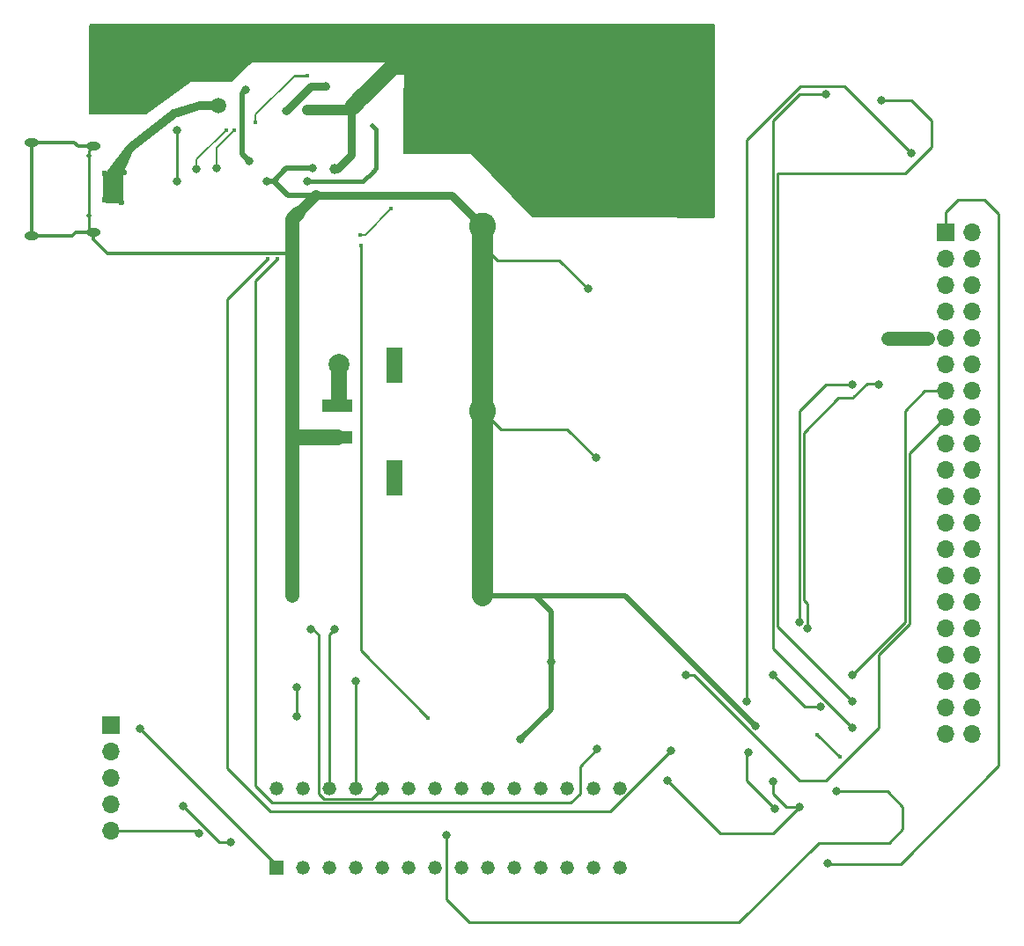
<source format=gbl>
G04 #@! TF.GenerationSoftware,KiCad,Pcbnew,(6.0.2)*
G04 #@! TF.CreationDate,2022-05-04T12:59:17-06:00*
G04 #@! TF.ProjectId,master_schematic,6d617374-6572-45f7-9363-68656d617469,rev?*
G04 #@! TF.SameCoordinates,Original*
G04 #@! TF.FileFunction,Copper,L2,Bot*
G04 #@! TF.FilePolarity,Positive*
%FSLAX46Y46*%
G04 Gerber Fmt 4.6, Leading zero omitted, Abs format (unit mm)*
G04 Created by KiCad (PCBNEW (6.0.2)) date 2022-05-04 12:59:17*
%MOMM*%
%LPD*%
G01*
G04 APERTURE LIST*
G04 #@! TA.AperFunction,ComponentPad*
%ADD10O,1.400000X0.800000*%
G04 #@! TD*
G04 #@! TA.AperFunction,ComponentPad*
%ADD11R,1.700000X1.700000*%
G04 #@! TD*
G04 #@! TA.AperFunction,ComponentPad*
%ADD12O,1.700000X1.700000*%
G04 #@! TD*
G04 #@! TA.AperFunction,ComponentPad*
%ADD13R,1.320800X1.320800*%
G04 #@! TD*
G04 #@! TA.AperFunction,ComponentPad*
%ADD14C,1.320800*%
G04 #@! TD*
G04 #@! TA.AperFunction,SMDPad,CuDef*
%ADD15R,2.919999X1.270000*%
G04 #@! TD*
G04 #@! TA.AperFunction,SMDPad,CuDef*
%ADD16R,1.650000X3.430001*%
G04 #@! TD*
G04 #@! TA.AperFunction,ViaPad*
%ADD17C,0.800000*%
G04 #@! TD*
G04 #@! TA.AperFunction,ViaPad*
%ADD18C,1.100000*%
G04 #@! TD*
G04 #@! TA.AperFunction,ViaPad*
%ADD19C,0.500000*%
G04 #@! TD*
G04 #@! TA.AperFunction,ViaPad*
%ADD20C,2.600000*%
G04 #@! TD*
G04 #@! TA.AperFunction,ViaPad*
%ADD21C,0.400000*%
G04 #@! TD*
G04 #@! TA.AperFunction,ViaPad*
%ADD22C,0.600000*%
G04 #@! TD*
G04 #@! TA.AperFunction,ViaPad*
%ADD23C,1.500000*%
G04 #@! TD*
G04 #@! TA.AperFunction,ViaPad*
%ADD24C,1.000000*%
G04 #@! TD*
G04 #@! TA.AperFunction,ViaPad*
%ADD25C,2.000000*%
G04 #@! TD*
G04 #@! TA.AperFunction,Conductor*
%ADD26C,0.300000*%
G04 #@! TD*
G04 #@! TA.AperFunction,Conductor*
%ADD27C,0.500000*%
G04 #@! TD*
G04 #@! TA.AperFunction,Conductor*
%ADD28C,0.250000*%
G04 #@! TD*
G04 #@! TA.AperFunction,Conductor*
%ADD29C,1.367030*%
G04 #@! TD*
G04 #@! TA.AperFunction,Conductor*
%ADD30C,0.781437*%
G04 #@! TD*
G04 #@! TA.AperFunction,Conductor*
%ADD31C,2.032860*%
G04 #@! TD*
G04 #@! TA.AperFunction,Conductor*
%ADD32C,1.000000*%
G04 #@! TD*
G04 #@! TA.AperFunction,Conductor*
%ADD33C,1.500000*%
G04 #@! TD*
G04 #@! TA.AperFunction,Conductor*
%ADD34C,0.800000*%
G04 #@! TD*
G04 #@! TA.AperFunction,Conductor*
%ADD35C,1.600000*%
G04 #@! TD*
G04 #@! TA.AperFunction,Conductor*
%ADD36C,0.400000*%
G04 #@! TD*
G04 #@! TA.AperFunction,Conductor*
%ADD37C,0.200000*%
G04 #@! TD*
G04 #@! TA.AperFunction,Conductor*
%ADD38C,0.180000*%
G04 #@! TD*
G04 #@! TA.AperFunction,Conductor*
%ADD39C,0.220000*%
G04 #@! TD*
G04 APERTURE END LIST*
D10*
X40492400Y-68154000D03*
X46442400Y-76774000D03*
X40492400Y-77134000D03*
X46442400Y-68514000D03*
D11*
X128362000Y-76825000D03*
D12*
X130902000Y-76825000D03*
X128362000Y-79365000D03*
X130902000Y-79365000D03*
X128362000Y-81905000D03*
X130902000Y-81905000D03*
X128362000Y-84445000D03*
X130902000Y-84445000D03*
X128362000Y-86985000D03*
X130902000Y-86985000D03*
X128362000Y-89525000D03*
X130902000Y-89525000D03*
X128362000Y-92065000D03*
X130902000Y-92065000D03*
X128362000Y-94605000D03*
X130902000Y-94605000D03*
X128362000Y-97145000D03*
X130902000Y-97145000D03*
X128362000Y-99685000D03*
X130902000Y-99685000D03*
X128362000Y-102225000D03*
X130902000Y-102225000D03*
X128362000Y-104765000D03*
X130902000Y-104765000D03*
X128362000Y-107305000D03*
X130902000Y-107305000D03*
X128362000Y-109845000D03*
X130902000Y-109845000D03*
X128362000Y-112385000D03*
X130902000Y-112385000D03*
X128362000Y-114925000D03*
X130902000Y-114925000D03*
X128362000Y-117465000D03*
X130902000Y-117465000D03*
X128362000Y-120005000D03*
X130902000Y-120005000D03*
X128362000Y-122545000D03*
X130902000Y-122545000D03*
X128362000Y-125085000D03*
X130902000Y-125085000D03*
D13*
X64008000Y-137922000D03*
D14*
X66548000Y-137922000D03*
X69088000Y-137922000D03*
X71628000Y-137922000D03*
X74168000Y-137922000D03*
X76708000Y-137922000D03*
X79248000Y-137922000D03*
X81788000Y-137922000D03*
X84328000Y-137922000D03*
X86868000Y-137922000D03*
X89408000Y-137922000D03*
X91948000Y-137922000D03*
X94488000Y-137922000D03*
X97028000Y-137922000D03*
X97028000Y-130302000D03*
X94488000Y-130302000D03*
X91948000Y-130302000D03*
X89408000Y-130302000D03*
X86868000Y-130302000D03*
X84328000Y-130302000D03*
X81788000Y-130302000D03*
X79248000Y-130302000D03*
X76708000Y-130302000D03*
X74168000Y-130302000D03*
X71628000Y-130302000D03*
X69088000Y-130302000D03*
X66548000Y-130302000D03*
X64008000Y-130302000D03*
D11*
X48088000Y-124236800D03*
D12*
X48088000Y-126776800D03*
X48088000Y-129316800D03*
X48088000Y-131856800D03*
X48088000Y-134396800D03*
D15*
X69880000Y-96500000D03*
X69880000Y-93500000D03*
D16*
X75350012Y-100385006D03*
X75350012Y-89614994D03*
D17*
X94750000Y-98500000D03*
D18*
X122850000Y-87040000D03*
D17*
X61060000Y-63050000D03*
D19*
X45970000Y-69430000D03*
D17*
X90460000Y-118130000D03*
D20*
X83820000Y-76200000D03*
D17*
X61380000Y-69980000D03*
D21*
X65550000Y-82475000D03*
X65575000Y-78700000D03*
D17*
X65540000Y-111760000D03*
D20*
X83820000Y-93980000D03*
D17*
X110094549Y-124309951D03*
X63120000Y-71880000D03*
D19*
X45980000Y-75160000D03*
D18*
X83820000Y-111760000D03*
D21*
X65557400Y-81407000D03*
D17*
X94000000Y-82250000D03*
X67840000Y-73240000D03*
X67540000Y-70612000D03*
D18*
X126690000Y-87040000D03*
D17*
X87490000Y-125600000D03*
X109385100Y-126834900D03*
X109220000Y-121920000D03*
X125069600Y-69189600D03*
X111955458Y-132275458D03*
D22*
X49352200Y-71043800D03*
D23*
X58470800Y-64617600D03*
D22*
X47498000Y-73660000D03*
X49098200Y-73888600D03*
X47498000Y-71170800D03*
D17*
X68351400Y-65049400D03*
X70104000Y-65024000D03*
D24*
X69620000Y-70740000D03*
D17*
X66954400Y-65024000D03*
D19*
X73280000Y-66560000D03*
D21*
X75075000Y-74525000D03*
D17*
X67005200Y-71882000D03*
D21*
X73307500Y-70932500D03*
X72075000Y-77039299D03*
D25*
X70025000Y-89475000D03*
D21*
X66960000Y-61760000D03*
X62026800Y-66243200D03*
D17*
X68810000Y-62720000D03*
X64922400Y-65125600D03*
X54457600Y-71932800D03*
X54457600Y-66954400D03*
X117050000Y-137550000D03*
X116327701Y-122432299D03*
X119380000Y-119380000D03*
X111760000Y-119380000D03*
X103403400Y-119380000D03*
X50901600Y-124561600D03*
X55041800Y-131978400D03*
X59660000Y-135490000D03*
X56604500Y-134619211D03*
X114300000Y-114300000D03*
X119380000Y-91440000D03*
X115082971Y-114921258D03*
X121920000Y-91440000D03*
X119380000Y-124460000D03*
X116840000Y-63500000D03*
X119380000Y-121920000D03*
X122174000Y-64109600D03*
D21*
X116001800Y-125120400D03*
X118186200Y-127304800D03*
X59182000Y-66954400D03*
D17*
X56340000Y-70690000D03*
D21*
X59969400Y-67005200D03*
D17*
X58270000Y-70640000D03*
X67350000Y-114950000D03*
X65938400Y-123342400D03*
X65938400Y-120548400D03*
X71650000Y-119990000D03*
X69600000Y-114960000D03*
X117881400Y-130581400D03*
X80400000Y-134800000D03*
D21*
X72125000Y-78100000D03*
X78625000Y-123550000D03*
X63150000Y-79375000D03*
D17*
X101925000Y-126675000D03*
X94875000Y-126525000D03*
X101600000Y-129540000D03*
X114300000Y-132080000D03*
X111825000Y-129675000D03*
D21*
X64125000Y-79375000D03*
D26*
X46442400Y-77517400D02*
X47740000Y-78815000D01*
X40492400Y-77134000D02*
X44405000Y-77134000D01*
D27*
X97544598Y-111760000D02*
X88930000Y-111760000D01*
D26*
X44405000Y-77134000D02*
X44765000Y-76774000D01*
D27*
X110094549Y-124309951D02*
X102112299Y-116327701D01*
X65125600Y-73253600D02*
X67826400Y-73253600D01*
D28*
X45980000Y-76311600D02*
X46442400Y-76774000D01*
X45980000Y-69440000D02*
X45970000Y-69430000D01*
D29*
X65540000Y-111760000D02*
X65540000Y-96285000D01*
D26*
X47740000Y-78815000D02*
X65540000Y-78815000D01*
D27*
X90450000Y-113280000D02*
X90450000Y-122655000D01*
D29*
X65540000Y-78815000D02*
X65540000Y-75540000D01*
D27*
X66852800Y-70658800D02*
X66806000Y-70612000D01*
D30*
X67853600Y-73253600D02*
X67840000Y-73240000D01*
D28*
X85250000Y-79500000D02*
X83820000Y-78070000D01*
D27*
X63296800Y-71882000D02*
X63550800Y-71882000D01*
X66852800Y-70662800D02*
X66852800Y-70658800D01*
D29*
X65540000Y-75540000D02*
X66127500Y-74952500D01*
D28*
X91250000Y-79500000D02*
X85250000Y-79500000D01*
X45980000Y-75160000D02*
X45980000Y-76311600D01*
X92000000Y-95750000D02*
X85590000Y-95750000D01*
X85590000Y-95750000D02*
X83820000Y-93980000D01*
D30*
X80873600Y-73253600D02*
X67853600Y-73253600D01*
D26*
X40492400Y-68154000D02*
X40492400Y-77134000D01*
D27*
X90450000Y-122655000D02*
X90435000Y-122655000D01*
D26*
X44942800Y-68514000D02*
X46442400Y-68514000D01*
D27*
X67826400Y-73253600D02*
X67840000Y-73240000D01*
D31*
X83820000Y-76200000D02*
X83820000Y-93980000D01*
D30*
X80873600Y-73253600D02*
X83820000Y-76200000D01*
D29*
X126690000Y-87040000D02*
X122850000Y-87040000D01*
D28*
X45970000Y-68986400D02*
X46442400Y-68514000D01*
X45970000Y-69430000D02*
X45970000Y-68986400D01*
D27*
X64973200Y-70662800D02*
X66852800Y-70662800D01*
X60706000Y-69306000D02*
X61380000Y-69980000D01*
X66806000Y-70612000D02*
X67540000Y-70612000D01*
X63550800Y-71882000D02*
X63754000Y-71882000D01*
D32*
X66127500Y-74952500D02*
X67840000Y-73240000D01*
D26*
X46442400Y-76774000D02*
X46442400Y-77517400D01*
D28*
X65755000Y-96500000D02*
X65540000Y-96285000D01*
D33*
X69880000Y-96500000D02*
X65755000Y-96500000D01*
D26*
X44765000Y-76774000D02*
X46442400Y-76774000D01*
D27*
X63754000Y-71882000D02*
X64973200Y-70662800D01*
D29*
X65540000Y-96285000D02*
X65540000Y-78815000D01*
D27*
X90435000Y-122655000D02*
X87490000Y-125600000D01*
D28*
X83820000Y-78070000D02*
X83820000Y-76200000D01*
X94000000Y-82250000D02*
X91250000Y-79500000D01*
D26*
X40492400Y-68154000D02*
X44582800Y-68154000D01*
X44582800Y-68154000D02*
X44942800Y-68514000D01*
D27*
X88930000Y-111760000D02*
X83820000Y-111760000D01*
D31*
X83820000Y-93980000D02*
X83820000Y-111760000D01*
D27*
X60706000Y-63404000D02*
X60706000Y-69306000D01*
X61060000Y-63050000D02*
X60706000Y-63404000D01*
D28*
X94750000Y-98500000D02*
X92000000Y-95750000D01*
D27*
X88930000Y-111760000D02*
X90450000Y-113280000D01*
D28*
X45980000Y-75160000D02*
X45980000Y-69440000D01*
D27*
X102112299Y-116327701D02*
X97544598Y-111760000D01*
X63754000Y-71882000D02*
X65125600Y-73253600D01*
D28*
X109220000Y-127000000D02*
X109385100Y-126834900D01*
X109220000Y-67944283D02*
X114388794Y-62775489D01*
X114388794Y-62775489D02*
X118655489Y-62775489D01*
X109220000Y-129540000D02*
X109220000Y-127000000D01*
X111955458Y-132275458D02*
X109220000Y-129540000D01*
X118655489Y-62775489D02*
X125069600Y-69189600D01*
X109220000Y-121920000D02*
X109220000Y-67944283D01*
D26*
X47498000Y-71170800D02*
X48899900Y-71170800D01*
X49098200Y-73888600D02*
X49123600Y-73863200D01*
X47498000Y-71170800D02*
X47498000Y-73660000D01*
X48899900Y-71170800D02*
X49024450Y-71295350D01*
X47701200Y-73863200D02*
X49123600Y-73863200D01*
X49123600Y-71394500D02*
X49123600Y-73863200D01*
X49126050Y-71295350D02*
X49024450Y-71295350D01*
X47498000Y-73660000D02*
X47701200Y-73863200D01*
X49024450Y-71295350D02*
X49123600Y-71394500D01*
X49377600Y-71043800D02*
X49126050Y-71295350D01*
D34*
X71221600Y-69388400D02*
X71221600Y-65024000D01*
D28*
X69620000Y-70740000D02*
X69870000Y-70740000D01*
D35*
X72250300Y-63741300D02*
X74917300Y-61074300D01*
D34*
X69870000Y-70740000D02*
X71221600Y-69388400D01*
D32*
X66954400Y-65024000D02*
X71221600Y-65024000D01*
D35*
X71297800Y-64693800D02*
X72364600Y-63627000D01*
X75158600Y-60833000D02*
X76504800Y-60833000D01*
D36*
X73640000Y-70600000D02*
X73307500Y-70932500D01*
X73307500Y-70932500D02*
X72358000Y-71882000D01*
X73280000Y-66560000D02*
X73640000Y-66920000D01*
X72358000Y-71882000D02*
X67005200Y-71882000D01*
X73640000Y-66920000D02*
X73640000Y-70600000D01*
D37*
X72075000Y-77039299D02*
X72560701Y-77039299D01*
X72560701Y-77039299D02*
X75075000Y-74525000D01*
D33*
X70025000Y-89475000D02*
X70025000Y-93355000D01*
D32*
X70025000Y-93355000D02*
X69880000Y-93500000D01*
D28*
X66960000Y-61760000D02*
X65824000Y-61760000D01*
D37*
X62026800Y-66243200D02*
X62026800Y-65481200D01*
X65786000Y-61722000D02*
X62026800Y-65481200D01*
D34*
X67310000Y-62738000D02*
X68792000Y-62738000D01*
X64947800Y-65100200D02*
X67310000Y-62738000D01*
X68792000Y-62738000D02*
X68810000Y-62720000D01*
D28*
X54457600Y-71932800D02*
X54457600Y-66954400D01*
X133466980Y-75046980D02*
X133466980Y-76200000D01*
X124060000Y-137560000D02*
X121080000Y-137560000D01*
X133466980Y-76200000D02*
X133466980Y-128153020D01*
X121080000Y-137560000D02*
X117590000Y-137560000D01*
X128362000Y-74838000D02*
X129540000Y-73660000D01*
X117590000Y-137560000D02*
X117060000Y-137560000D01*
X132080000Y-73660000D02*
X133466980Y-75046980D01*
X129540000Y-73660000D02*
X132080000Y-73660000D01*
X117060000Y-137560000D02*
X117050000Y-137550000D01*
X128362000Y-76825000D02*
X128362000Y-74838000D01*
X133466980Y-128153020D02*
X124060000Y-137560000D01*
X124460000Y-114300000D02*
X124460000Y-93980000D01*
X114812299Y-122432299D02*
X116327701Y-122432299D01*
X111760000Y-119380000D02*
X114812299Y-122432299D01*
X124460000Y-93980000D02*
X126375000Y-92065000D01*
X119380000Y-119380000D02*
X124460000Y-114300000D01*
X126375000Y-92065000D02*
X128362000Y-92065000D01*
X124909520Y-114486197D02*
X124909520Y-98057480D01*
X124909520Y-98057480D02*
X128362000Y-94605000D01*
X104140000Y-119380000D02*
X103403400Y-119380000D01*
X104140000Y-119380000D02*
X114300000Y-129540000D01*
X121920000Y-117475718D02*
X121920000Y-124460000D01*
X121920000Y-117475718D02*
X124909520Y-114486197D01*
X121920000Y-124460000D02*
X116840000Y-129540000D01*
X116840000Y-129540000D02*
X114300000Y-129540000D01*
X61163200Y-134823200D02*
X64008000Y-137668000D01*
X50901600Y-124561600D02*
X61163200Y-134823200D01*
X64008000Y-137668000D02*
X64008000Y-137922000D01*
X58504452Y-135494549D02*
X59655451Y-135494549D01*
X55119903Y-132110000D02*
X58504452Y-135494549D01*
X59655451Y-135494549D02*
X59660000Y-135490000D01*
X48088000Y-134396800D02*
X56382089Y-134396800D01*
X56382089Y-134396800D02*
X56604500Y-134619211D01*
X114300000Y-93980000D02*
X114300000Y-114300000D01*
X116840000Y-91440000D02*
X114300000Y-93980000D01*
X119380000Y-91440000D02*
X116840000Y-91440000D01*
X119500000Y-92730000D02*
X119470000Y-92760000D01*
X120810000Y-91360000D02*
X119500000Y-92670000D01*
X119500000Y-92670000D02*
X119500000Y-92730000D01*
X114749520Y-112209520D02*
X115082971Y-112542971D01*
X114749520Y-96070480D02*
X114749520Y-112209520D01*
X115082971Y-112542971D02*
X115082971Y-114921258D01*
X121920000Y-91440000D02*
X121840000Y-91360000D01*
X118060000Y-92760000D02*
X114749520Y-96070480D01*
X119470000Y-92760000D02*
X118060000Y-92760000D01*
X121840000Y-91360000D02*
X120810000Y-91360000D01*
X114300000Y-63500000D02*
X111760000Y-66040000D01*
X116840000Y-63500000D02*
X114300000Y-63500000D01*
X111760000Y-66040000D02*
X111760000Y-116840000D01*
X111760000Y-116840000D02*
X119380000Y-124460000D01*
X125069600Y-64109600D02*
X127000000Y-66040000D01*
X122174000Y-64109600D02*
X125069600Y-64109600D01*
X112209520Y-114749520D02*
X119380000Y-121920000D01*
X124460000Y-71120000D02*
X112209520Y-71120000D01*
X112209520Y-71120000D02*
X112209520Y-114749520D01*
X127000000Y-66040000D02*
X127000000Y-68580000D01*
X127000000Y-68580000D02*
X124460000Y-71120000D01*
X118186200Y-127304800D02*
X116001800Y-125120400D01*
D38*
X56337200Y-70687200D02*
X56340000Y-70690000D01*
X56337200Y-69799200D02*
X56337200Y-70687200D01*
X59182000Y-66954400D02*
X56337200Y-69799200D01*
X58267600Y-68707000D02*
X58267600Y-70637600D01*
X58267600Y-68707000D02*
X59969400Y-67005200D01*
X58267600Y-70637600D02*
X58270000Y-70640000D01*
D28*
X68596911Y-131286911D02*
X73183089Y-131286911D01*
X68103089Y-115513089D02*
X68103089Y-130793089D01*
X73183089Y-131286911D02*
X74168000Y-130302000D01*
X67350000Y-114950000D02*
X67540000Y-114950000D01*
X67540000Y-114950000D02*
X68103089Y-115513089D01*
X68103089Y-130793089D02*
X68596911Y-131286911D01*
X65938400Y-120548400D02*
X65938400Y-123342400D01*
X71650000Y-119990000D02*
X71628000Y-120012000D01*
X71628000Y-120012000D02*
X71628000Y-130302000D01*
X69600000Y-114960000D02*
X69088000Y-115472000D01*
X69088000Y-115472000D02*
X69088000Y-130302000D01*
X122925000Y-135525000D02*
X124225000Y-134225000D01*
X124225000Y-134225000D02*
X124225000Y-132050000D01*
X116150000Y-135525000D02*
X122925000Y-135525000D01*
X122756400Y-130581400D02*
X117881400Y-130581400D01*
X108500000Y-143175000D02*
X116150000Y-135525000D01*
X80375000Y-140950000D02*
X82600000Y-143175000D01*
X124225000Y-132050000D02*
X122756400Y-130581400D01*
X80400000Y-140925000D02*
X80375000Y-140950000D01*
X80400000Y-134800000D02*
X80400000Y-140925000D01*
X82600000Y-143175000D02*
X108500000Y-143175000D01*
X72125000Y-117050000D02*
X78625000Y-123550000D01*
X72125000Y-78100000D02*
X72125000Y-117050000D01*
D39*
X63450000Y-132525000D02*
X96100295Y-132525000D01*
X96100295Y-132525000D02*
X101925000Y-126700295D01*
X59275000Y-128350000D02*
X63450000Y-132525000D01*
X59275000Y-83250000D02*
X59275000Y-128350000D01*
X63150000Y-79375000D02*
X59275000Y-83250000D01*
X101925000Y-126700295D02*
X101925000Y-126675000D01*
X63617431Y-131667431D02*
X92332569Y-131667431D01*
X93200000Y-130800000D02*
X93225000Y-130775000D01*
X93225000Y-128175000D02*
X94875000Y-126525000D01*
X63325000Y-131375000D02*
X63617431Y-131667431D01*
D28*
X111825000Y-129675000D02*
X111825000Y-130825000D01*
X114300000Y-132080000D02*
X111760000Y-134620000D01*
D39*
X64125000Y-79375000D02*
X62025000Y-81475000D01*
X62025000Y-130075000D02*
X63325000Y-131375000D01*
D28*
X111760000Y-134620000D02*
X106680000Y-134620000D01*
D39*
X92332569Y-131667431D02*
X93200000Y-130800000D01*
D28*
X111825000Y-130825000D02*
X113080000Y-132080000D01*
D39*
X93225000Y-130775000D02*
X93225000Y-128175000D01*
D28*
X106680000Y-134620000D02*
X101600000Y-129540000D01*
D39*
X62025000Y-81475000D02*
X62025000Y-130075000D01*
D28*
X113080000Y-132080000D02*
X114300000Y-132080000D01*
G04 #@! TA.AperFunction,Conductor*
G36*
X47536208Y-71077424D02*
G01*
X49123600Y-71170800D01*
X49211898Y-71347396D01*
X49225200Y-71403744D01*
X49225200Y-73827889D01*
X49205198Y-73896010D01*
X49151542Y-73942503D01*
X49088761Y-73953456D01*
X48080129Y-73869593D01*
X47546920Y-73825259D01*
X47480691Y-73799681D01*
X47452522Y-73769585D01*
X47406130Y-73699997D01*
X47384973Y-73629142D01*
X47396397Y-72136334D01*
X47396400Y-72136000D01*
X47396400Y-71202830D01*
X47416402Y-71134709D01*
X47470058Y-71088216D01*
X47529798Y-71077047D01*
X47536208Y-71077424D01*
G37*
G04 #@! TD.AperFunction*
G04 #@! TA.AperFunction,Conductor*
G36*
X106139521Y-56738202D02*
G01*
X106186014Y-56791858D01*
X106197400Y-56844200D01*
X106197400Y-75286235D01*
X106177398Y-75354356D01*
X106123742Y-75400849D01*
X106071035Y-75412234D01*
X99058502Y-75391937D01*
X88699076Y-75361954D01*
X88631015Y-75341755D01*
X88609032Y-75323717D01*
X82765816Y-69304197D01*
X82765817Y-69304197D01*
X82753200Y-69291200D01*
X76377566Y-69291200D01*
X76309445Y-69271198D01*
X76262952Y-69217542D01*
X76251568Y-69164436D01*
X76326241Y-56843436D01*
X76346656Y-56775438D01*
X76400592Y-56729271D01*
X76452239Y-56718200D01*
X106071400Y-56718200D01*
X106139521Y-56738202D01*
G37*
G04 #@! TD.AperFunction*
G04 #@! TA.AperFunction,Conductor*
G36*
X58870121Y-64180402D02*
G01*
X58916614Y-64234058D01*
X58928000Y-64286400D01*
X58928000Y-64948800D01*
X58907998Y-65016921D01*
X58854342Y-65063414D01*
X58802000Y-65074800D01*
X56692800Y-65074800D01*
X54508400Y-65735200D01*
X54499282Y-65742255D01*
X54499283Y-65742255D01*
X50253074Y-69028011D01*
X50253072Y-69028013D01*
X50241200Y-69037200D01*
X50234835Y-69050797D01*
X50234834Y-69050799D01*
X49713761Y-70164001D01*
X49123600Y-71424800D01*
X47498000Y-71221600D01*
X49672659Y-68389486D01*
X49695002Y-68366950D01*
X54083043Y-64937217D01*
X54125083Y-64915611D01*
X56675392Y-64165520D01*
X56710945Y-64160400D01*
X58802000Y-64160400D01*
X58870121Y-64180402D01*
G37*
G04 #@! TD.AperFunction*
G04 #@! TA.AperFunction,Conductor*
G36*
X76454000Y-60452000D02*
G01*
X76304369Y-60452257D01*
X61671200Y-60477400D01*
X61430069Y-60706005D01*
X59751855Y-62297039D01*
X59688658Y-62329391D01*
X59665166Y-62331600D01*
X55829200Y-62331600D01*
X55813108Y-62343201D01*
X55813106Y-62343202D01*
X51493402Y-65457408D01*
X51419717Y-65481200D01*
X46150800Y-65481200D01*
X46082679Y-65461198D01*
X46036186Y-65407542D01*
X46024800Y-65355200D01*
X46024800Y-56869600D01*
X46044802Y-56801479D01*
X46098458Y-56754986D01*
X46150800Y-56743600D01*
X76454000Y-56743600D01*
X76454000Y-60452000D01*
G37*
G04 #@! TD.AperFunction*
M02*

</source>
